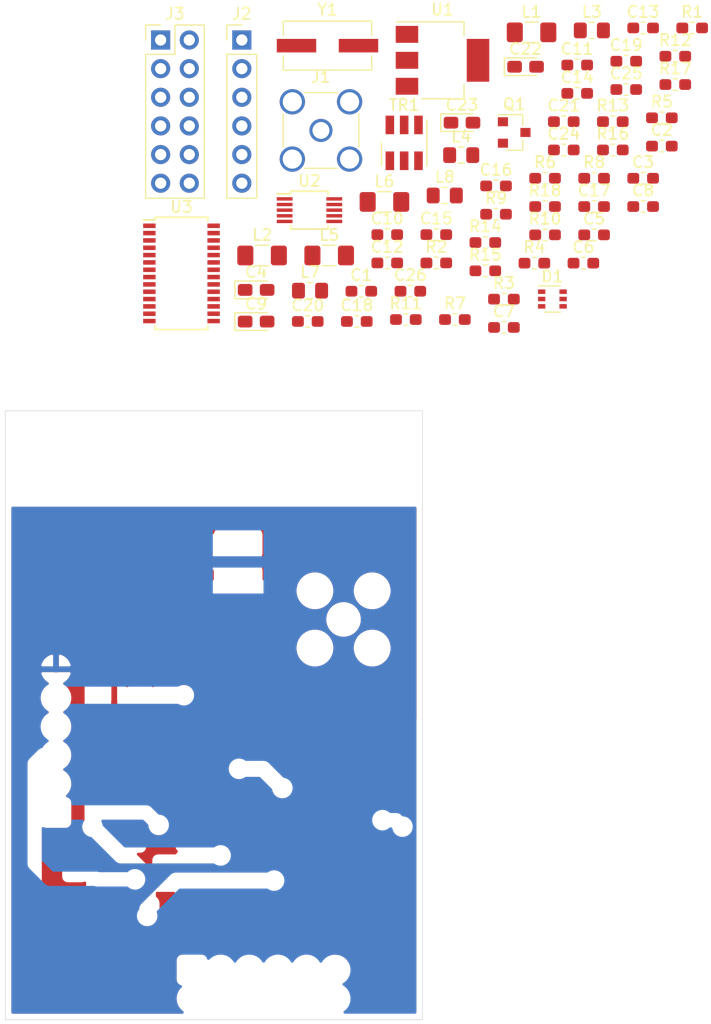
<source format=kicad_pcb>
(kicad_pcb (version 20171130) (host pcbnew 5.1.5+dfsg1-2build2)
  (layers (0 F.Cu signal) (31 B.Cu signal) (34 B.Paste user) (35 F.Paste user) (36 B.SilkS user) (37 F.SilkS user) (38 B.Mask user) (39 F.Mask user) (44 Edge.Cuts user))
  (net 0 "")
  (net 1 +5V)
  (net 2 GND)
  (net 3 "Net-(C3-Pad1)")
  (net 4 filterIn+)
  (net 5 filterIn-)
  (net 6 "Net-(C6-Pad1)")
  (net 7 "Net-(C6-Pad2)")
  (net 8 +3V3)
  (net 9 +3.3VA)
  (net 10 filterOut-)
  (net 11 filterOut+)
  (net 12 "Net-(C25-Pad1)")
  (net 13 "Net-(Q1-Pad1)")
  (net 14 SCL)
  (net 15 SDA)
  (net 16 CLK)
  (net 17 Spam)
  (net 18 PWDN)
  (net 19 OR)
  (net 20 D0)
  (net 21 D1)
  (net 22 D2)
  (net 23 D3)
  (net 24 D4)
  (net 25 D5)
  (net 26 D6)
  (net 27 D7)
  (net 28 D8)
  (net 29 D9)
  (net 30 "Net-(C7-Pad1)")
  (net 31 "Net-(C7-Pad2)")
  (net 32 "Net-(C8-Pad2)")
  (net 33 "Net-(C8-Pad1)")
  (net 34 "Net-(C9-Pad1)")
  (net 35 "Net-(C10-Pad1)")
  (net 36 "Net-(C10-Pad2)")
  (net 37 "Net-(C16-Pad2)")
  (net 38 "Net-(C19-Pad1)")
  (net 39 "Net-(C20-Pad1)")
  (net 40 "Net-(C21-Pad1)")
  (net 41 "Net-(R1-Pad1)")
  (net 42 "Net-(R2-Pad1)")
  (net 43 "Net-(R11-Pad1)")
  (net 44 "Net-(U2-Pad2)")
  (net 45 "Net-(U2-Pad3)")
  (net 46 "Net-(U2-Pad6)")
  (net 47 "Net-(U2-Pad9)")
  (net 48 "Net-(U3-Pad15)")
  (net 49 "Net-(U3-Pad16)")
  (net 50 "Net-(C2-Pad1)")
  (net 51 "Net-(R15-Pad2)")
  (module Crystal:Crystal_SMD_ECS_CSM3X-2Pin_7.6x4.1mm (layer F.Cu) (at 134.975001 66.312501)
    (fp_text reference Y1 (at 0 -3.2) (layer F.SilkS))
    (fp_text value 25MHZ)
    (fp_line (start 3.92 2.17) (end 3.92 0.9) (layer F.SilkS) (width 0.12))
    (fp_line (start -3.92 2.17) (end -3.92 0.9) (layer F.SilkS) (width 0.12))
    (fp_line (start -3.92 2.17) (end 3.92 2.17) (layer F.SilkS) (width 0.12))
    (fp_line (start 3.92 -2.17) (end 3.92 -0.9) (layer F.SilkS) (width 0.12))
    (fp_line (start -3.92 -2.17) (end -3.92 -0.9) (layer F.SilkS) (width 0.12))
    (fp_line (start -3.92 -2.17) (end 3.92 -2.17) (layer F.SilkS) (width 0.12))
    (pad 2 smd rect (at 2.75 0) (size 3.5 1.2) (layers F.Cu F.Paste F.Mask) (net 44 "Net-(U2-Pad2)"))
    (pad 1 smd rect (at -2.75 0) (size 3.5 1.2) (layers F.Cu F.Paste F.Mask) (net 45 "Net-(U2-Pad3)"))
  )
  (module Package_SO:TSSOP-28_4.4x9.7mm_P0.65mm (layer F.Cu) (at 122.025001 86.512501)
    (fp_text reference U3 (at 0 -5.9) (layer F.SilkS))
    (fp_text value AD9215BRUZ)
    (fp_line (start -2.325 -4.75) (end -3.4 -4.75) (layer F.SilkS) (width 0.15))
    (fp_line (start -2.325 4.975) (end 2.325 4.975) (layer F.SilkS) (width 0.15))
    (fp_line (start -2.325 -4.975) (end 2.325 -4.975) (layer F.SilkS) (width 0.15))
    (fp_line (start -2.325 4.975) (end -2.325 4.65) (layer F.SilkS) (width 0.15))
    (fp_line (start 2.325 4.975) (end 2.325 4.65) (layer F.SilkS) (width 0.15))
    (fp_line (start 2.325 -4.975) (end 2.325 -4.65) (layer F.SilkS) (width 0.15))
    (fp_line (start -2.325 -4.975) (end -2.325 -4.75) (layer F.SilkS) (width 0.15))
    (pad 28 smd rect (at 2.85 -4.225) (size 1.1 0.4) (layers F.Cu F.Paste F.Mask) (net 29 D9))
    (pad 27 smd rect (at 2.85 -3.575) (size 1.1 0.4) (layers F.Cu F.Paste F.Mask) (net 28 D8))
    (pad 26 smd rect (at 2.85 -2.925) (size 1.1 0.4) (layers F.Cu F.Paste F.Mask) (net 27 D7))
    (pad 25 smd rect (at 2.85 -2.275) (size 1.1 0.4) (layers F.Cu F.Paste F.Mask) (net 26 D6))
    (pad 24 smd rect (at 2.85 -1.625) (size 1.1 0.4) (layers F.Cu F.Paste F.Mask) (net 8 +3V3))
    (pad 23 smd rect (at 2.85 -0.975) (size 1.1 0.4) (layers F.Cu F.Paste F.Mask) (net 2 GND))
    (pad 22 smd rect (at 2.85 -0.325) (size 1.1 0.4) (layers F.Cu F.Paste F.Mask) (net 25 D5))
    (pad 21 smd rect (at 2.85 0.325) (size 1.1 0.4) (layers F.Cu F.Paste F.Mask) (net 24 D4))
    (pad 20 smd rect (at 2.85 0.975) (size 1.1 0.4) (layers F.Cu F.Paste F.Mask) (net 23 D3))
    (pad 19 smd rect (at 2.85 1.625) (size 1.1 0.4) (layers F.Cu F.Paste F.Mask) (net 22 D2))
    (pad 18 smd rect (at 2.85 2.275) (size 1.1 0.4) (layers F.Cu F.Paste F.Mask) (net 21 D1))
    (pad 17 smd rect (at 2.85 2.925) (size 1.1 0.4) (layers F.Cu F.Paste F.Mask) (net 20 D0))
    (pad 16 smd rect (at 2.85 3.575) (size 1.1 0.4) (layers F.Cu F.Paste F.Mask) (net 49 "Net-(U3-Pad16)"))
    (pad 15 smd rect (at 2.85 4.225) (size 1.1 0.4) (layers F.Cu F.Paste F.Mask) (net 48 "Net-(U3-Pad15)"))
    (pad 14 smd rect (at -2.85 4.225) (size 1.1 0.4) (layers F.Cu F.Paste F.Mask) (net 18 PWDN))
    (pad 13 smd rect (at -2.85 3.575) (size 1.1 0.4) (layers F.Cu F.Paste F.Mask) (net 16 CLK))
    (pad 12 smd rect (at -2.85 2.925) (size 1.1 0.4) (layers F.Cu F.Paste F.Mask) (net 9 +3.3VA))
    (pad 11 smd rect (at -2.85 2.275) (size 1.1 0.4) (layers F.Cu F.Paste F.Mask) (net 2 GND))
    (pad 10 smd rect (at -2.85 1.625) (size 1.1 0.4) (layers F.Cu F.Paste F.Mask) (net 10 filterOut-))
    (pad 9 smd rect (at -2.85 0.975) (size 1.1 0.4) (layers F.Cu F.Paste F.Mask) (net 11 filterOut+))
    (pad 8 smd rect (at -2.85 0.325) (size 1.1 0.4) (layers F.Cu F.Paste F.Mask) (net 2 GND))
    (pad 7 smd rect (at -2.85 -0.325) (size 1.1 0.4) (layers F.Cu F.Paste F.Mask) (net 9 +3.3VA))
    (pad 6 smd rect (at -2.85 -0.975) (size 1.1 0.4) (layers F.Cu F.Paste F.Mask) (net 39 "Net-(C20-Pad1)"))
    (pad 5 smd rect (at -2.85 -1.625) (size 1.1 0.4) (layers F.Cu F.Paste F.Mask) (net 38 "Net-(C19-Pad1)"))
    (pad 4 smd rect (at -2.85 -2.275) (size 1.1 0.4) (layers F.Cu F.Paste F.Mask) (net 12 "Net-(C25-Pad1)"))
    (pad 3 smd rect (at -2.85 -2.925) (size 1.1 0.4) (layers F.Cu F.Paste F.Mask) (net 40 "Net-(C21-Pad1)"))
    (pad 2 smd rect (at -2.85 -3.575) (size 1.1 0.4) (layers F.Cu F.Paste F.Mask) (net 2 GND))
    (pad 1 smd rect (at -2.85 -4.225) (size 1.1 0.4) (layers F.Cu F.Paste F.Mask) (net 19 OR))
  )
  (module Package_SO:MSOP-10_3x3mm_P0.5mm (layer F.Cu) (at 133.375001 80.902501)
    (fp_text reference U2 (at 0 -2.6) (layer F.SilkS))
    (fp_text value Si5351A-B-GT)
    (fp_line (start -1.675 -1.45) (end -2.9 -1.45) (layer F.SilkS) (width 0.15))
    (fp_line (start -1.675 1.675) (end 1.675 1.675) (layer F.SilkS) (width 0.15))
    (fp_line (start -1.675 -1.675) (end 1.675 -1.675) (layer F.SilkS) (width 0.15))
    (fp_line (start -1.675 1.675) (end -1.675 1.375) (layer F.SilkS) (width 0.15))
    (fp_line (start 1.675 1.675) (end 1.675 1.375) (layer F.SilkS) (width 0.15))
    (fp_line (start 1.675 -1.675) (end 1.675 -1.375) (layer F.SilkS) (width 0.15))
    (fp_line (start -1.675 -1.675) (end -1.675 -1.45) (layer F.SilkS) (width 0.15))
    (pad 10 smd rect (at 2.2 -1) (size 1.4 0.3) (layers F.Cu F.Paste F.Mask) (net 43 "Net-(R11-Pad1)"))
    (pad 9 smd rect (at 2.2 -0.5) (size 1.4 0.3) (layers F.Cu F.Paste F.Mask) (net 47 "Net-(U2-Pad9)"))
    (pad 8 smd rect (at 2.2 0) (size 1.4 0.3) (layers F.Cu F.Paste F.Mask) (net 2 GND))
    (pad 7 smd rect (at 2.2 0.5) (size 1.4 0.3) (layers F.Cu F.Paste F.Mask) (net 9 +3.3VA))
    (pad 6 smd rect (at 2.2 1) (size 1.4 0.3) (layers F.Cu F.Paste F.Mask) (net 46 "Net-(U2-Pad6)"))
    (pad 5 smd rect (at -2.2 1) (size 1.4 0.3) (layers F.Cu F.Paste F.Mask) (net 15 SDA))
    (pad 4 smd rect (at -2.2 0.5) (size 1.4 0.3) (layers F.Cu F.Paste F.Mask) (net 14 SCL))
    (pad 3 smd rect (at -2.2 0) (size 1.4 0.3) (layers F.Cu F.Paste F.Mask) (net 45 "Net-(U2-Pad3)"))
    (pad 2 smd rect (at -2.2 -0.5) (size 1.4 0.3) (layers F.Cu F.Paste F.Mask) (net 44 "Net-(U2-Pad2)"))
    (pad 1 smd rect (at -2.2 -1) (size 1.4 0.3) (layers F.Cu F.Paste F.Mask) (net 8 +3V3))
  )
  (module Package_TO_SOT_SMD:SOT-223-3_TabPin2 (layer F.Cu) (at 145.175001 67.612501)
    (fp_text reference U1 (at 0 -4.5) (layer F.SilkS))
    (fp_text value NCP1117-3.3_SOT223)
    (fp_line (start -4.1 -3.41) (end 1.91 -3.41) (layer F.SilkS) (width 0.12))
    (fp_line (start -1.85 3.41) (end 1.91 3.41) (layer F.SilkS) (width 0.12))
    (fp_line (start 1.91 -3.41) (end 1.91 -2.15) (layer F.SilkS) (width 0.12))
    (fp_line (start 1.91 3.41) (end 1.91 2.15) (layer F.SilkS) (width 0.12))
    (pad 1 smd rect (at -3.15 -2.3) (size 2 1.5) (layers F.Cu F.Paste F.Mask) (net 2 GND))
    (pad 3 smd rect (at -3.15 2.3) (size 2 1.5) (layers F.Cu F.Paste F.Mask) (net 1 +5V))
    (pad 2 smd rect (at -3.15 0) (size 2 1.5) (layers F.Cu F.Paste F.Mask) (net 34 "Net-(C9-Pad1)"))
    (pad 2 smd rect (at 3.15 0) (size 2 3.8) (layers F.Cu F.Paste F.Mask) (net 34 "Net-(C9-Pad1)"))
  )
  (module RF_Mini-Circuits:Mini-Circuits_DB1627 (layer F.Cu) (at 141.775001 74.932501)
    (fp_text reference TR1 (at 0 -3.35) (layer F.SilkS))
    (fp_text value MABA-011038)
    (fp_line (start 2.015 -2.03) (end 2.015 2.03) (layer F.SilkS) (width 0.12))
    (fp_line (start -2.015 0) (end -2.015 2.03) (layer F.SilkS) (width 0.12))
    (pad 6 smd rect (at -1.27 1.59) (size 0.76 1.65) (layers F.Cu F.Paste F.Mask) (net 42 "Net-(R2-Pad1)"))
    (pad 5 smd rect (at 0 1.59) (size 0.76 1.65) (layers F.Cu F.Paste F.Mask) (net 37 "Net-(C16-Pad2)"))
    (pad 4 smd rect (at 1.27 1.59) (size 0.76 1.65) (layers F.Cu F.Paste F.Mask) (net 41 "Net-(R1-Pad1)"))
    (pad 3 smd rect (at 1.27 -1.59) (size 0.76 1.65) (layers F.Cu F.Paste F.Mask) (net 6 "Net-(C6-Pad1)"))
    (pad 2 smd rect (at 0 -1.59) (size 0.76 1.65) (layers F.Cu F.Paste F.Mask))
    (pad 1 smd rect (at -1.27 -1.59) (size 0.76 1.65) (layers F.Cu F.Paste F.Mask) (net 30 "Net-(C7-Pad1)"))
  )
  (module Resistor_SMD:R_0603_1608Metric_Pad1.05x0.95mm_HandSolder (layer F.Cu) (at 154.275001 80.582501)
    (fp_text reference R18 (at 0 -1.43) (layer F.SilkS))
    (fp_text value 10K)
    (fp_line (start -0.171267 0.51) (end 0.171267 0.51) (layer F.SilkS) (width 0.12))
    (fp_line (start -0.171267 -0.51) (end 0.171267 -0.51) (layer F.SilkS) (width 0.12))
    (pad 2 smd roundrect (at 0.875 0) (size 1.05 0.95) (layers F.Cu F.Paste F.Mask) (net 2 GND))
    (pad 1 smd roundrect (at -0.875 0) (size 1.05 0.95) (layers F.Cu F.Paste F.Mask) (net 18 PWDN))
  )
  (module Resistor_SMD:R_0603_1608Metric_Pad1.05x0.95mm_HandSolder (layer F.Cu) (at 165.825001 69.762501)
    (fp_text reference R17 (at 0 -1.43) (layer F.SilkS))
    (fp_text value 10K)
    (fp_line (start -0.171267 0.51) (end 0.171267 0.51) (layer F.SilkS) (width 0.12))
    (fp_line (start -0.171267 -0.51) (end 0.171267 -0.51) (layer F.SilkS) (width 0.12))
    (pad 2 smd roundrect (at 0.875 0) (size 1.05 0.95) (layers F.Cu F.Paste F.Mask) (net 2 GND))
    (pad 1 smd roundrect (at -0.875 0) (size 1.05 0.95) (layers F.Cu F.Paste F.Mask) (net 12 "Net-(C25-Pad1)"))
  )
  (module Resistor_SMD:R_0603_1608Metric_Pad1.05x0.95mm_HandSolder (layer F.Cu) (at 160.285001 75.562501)
    (fp_text reference R16 (at 0 -1.43) (layer F.SilkS))
    (fp_text value 10K)
    (fp_line (start -0.171267 0.51) (end 0.171267 0.51) (layer F.SilkS) (width 0.12))
    (fp_line (start -0.171267 -0.51) (end 0.171267 -0.51) (layer F.SilkS) (width 0.12))
    (pad 2 smd roundrect (at 0.875 0) (size 1.05 0.95) (layers F.Cu F.Paste F.Mask) (net 12 "Net-(C25-Pad1)"))
    (pad 1 smd roundrect (at -0.875 0) (size 1.05 0.95) (layers F.Cu F.Paste F.Mask) (net 51 "Net-(R15-Pad2)"))
  )
  (module Resistor_SMD:R_0603_1608Metric_Pad1.05x0.95mm_HandSolder (layer F.Cu) (at 148.975001 86.282501)
    (fp_text reference R15 (at 0 -1.43) (layer F.SilkS))
    (fp_text value 10K)
    (fp_line (start -0.171267 0.51) (end 0.171267 0.51) (layer F.SilkS) (width 0.12))
    (fp_line (start -0.171267 -0.51) (end 0.171267 -0.51) (layer F.SilkS) (width 0.12))
    (pad 2 smd roundrect (at 0.875 0) (size 1.05 0.95) (layers F.Cu F.Paste F.Mask) (net 51 "Net-(R15-Pad2)"))
    (pad 1 smd roundrect (at -0.875 0) (size 1.05 0.95) (layers F.Cu F.Paste F.Mask) (net 9 +3.3VA))
  )
  (module Resistor_SMD:R_0603_1608Metric_Pad1.05x0.95mm_HandSolder (layer F.Cu) (at 148.975001 83.772501)
    (fp_text reference R14 (at 0 -1.43) (layer F.SilkS))
    (fp_text value 1K)
    (fp_line (start -0.171267 0.51) (end 0.171267 0.51) (layer F.SilkS) (width 0.12))
    (fp_line (start -0.171267 -0.51) (end 0.171267 -0.51) (layer F.SilkS) (width 0.12))
    (pad 2 smd roundrect (at 0.875 0) (size 1.05 0.95) (layers F.Cu F.Paste F.Mask) (net 2 GND))
    (pad 1 smd roundrect (at -0.875 0) (size 1.05 0.95) (layers F.Cu F.Paste F.Mask) (net 40 "Net-(C21-Pad1)"))
  )
  (module Resistor_SMD:R_0603_1608Metric_Pad1.05x0.95mm_HandSolder (layer F.Cu) (at 160.285001 73.052501)
    (fp_text reference R13 (at 0 -1.43) (layer F.SilkS))
    (fp_text value 10K)
    (fp_line (start -0.171267 0.51) (end 0.171267 0.51) (layer F.SilkS) (width 0.12))
    (fp_line (start -0.171267 -0.51) (end 0.171267 -0.51) (layer F.SilkS) (width 0.12))
    (pad 2 smd roundrect (at 0.875 0) (size 1.05 0.95) (layers F.Cu F.Paste F.Mask) (net 13 "Net-(Q1-Pad1)"))
    (pad 1 smd roundrect (at -0.875 0) (size 1.05 0.95) (layers F.Cu F.Paste F.Mask) (net 17 Spam))
  )
  (module Resistor_SMD:R_0603_1608Metric_Pad1.05x0.95mm_HandSolder (layer F.Cu) (at 165.825001 67.252501)
    (fp_text reference R12 (at 0 -1.43) (layer F.SilkS))
    (fp_text value 330K)
    (fp_line (start -0.171267 0.51) (end 0.171267 0.51) (layer F.SilkS) (width 0.12))
    (fp_line (start -0.171267 -0.51) (end 0.171267 -0.51) (layer F.SilkS) (width 0.12))
    (pad 2 smd roundrect (at 0.875 0) (size 1.05 0.95) (layers F.Cu F.Paste F.Mask) (net 2 GND))
    (pad 1 smd roundrect (at -0.875 0) (size 1.05 0.95) (layers F.Cu F.Paste F.Mask) (net 17 Spam))
  )
  (module Resistor_SMD:R_0603_1608Metric_Pad1.05x0.95mm_HandSolder (layer F.Cu) (at 141.925001 90.602501)
    (fp_text reference R11 (at 0 -1.43) (layer F.SilkS))
    (fp_text value 0R)
    (fp_line (start -0.171267 0.51) (end 0.171267 0.51) (layer F.SilkS) (width 0.12))
    (fp_line (start -0.171267 -0.51) (end 0.171267 -0.51) (layer F.SilkS) (width 0.12))
    (pad 2 smd roundrect (at 0.875 0) (size 1.05 0.95) (layers F.Cu F.Paste F.Mask) (net 16 CLK))
    (pad 1 smd roundrect (at -0.875 0) (size 1.05 0.95) (layers F.Cu F.Paste F.Mask) (net 43 "Net-(R11-Pad1)"))
  )
  (module Resistor_SMD:R_0603_1608Metric_Pad1.05x0.95mm_HandSolder (layer F.Cu) (at 154.275001 83.092501)
    (fp_text reference R10 (at 0 -1.43) (layer F.SilkS))
    (fp_text value 10K)
    (fp_line (start -0.171267 0.51) (end 0.171267 0.51) (layer F.SilkS) (width 0.12))
    (fp_line (start -0.171267 -0.51) (end 0.171267 -0.51) (layer F.SilkS) (width 0.12))
    (pad 2 smd roundrect (at 0.875 0) (size 1.05 0.95) (layers F.Cu F.Paste F.Mask) (net 8 +3V3))
    (pad 1 smd roundrect (at -0.875 0) (size 1.05 0.95) (layers F.Cu F.Paste F.Mask) (net 15 SDA))
  )
  (module Resistor_SMD:R_0603_1608Metric_Pad1.05x0.95mm_HandSolder (layer F.Cu) (at 149.925001 81.262501)
    (fp_text reference R9 (at 0 -1.43) (layer F.SilkS))
    (fp_text value 10K)
    (fp_line (start -0.171267 0.51) (end 0.171267 0.51) (layer F.SilkS) (width 0.12))
    (fp_line (start -0.171267 -0.51) (end 0.171267 -0.51) (layer F.SilkS) (width 0.12))
    (pad 2 smd roundrect (at 0.875 0) (size 1.05 0.95) (layers F.Cu F.Paste F.Mask) (net 8 +3V3))
    (pad 1 smd roundrect (at -0.875 0) (size 1.05 0.95) (layers F.Cu F.Paste F.Mask) (net 14 SCL))
  )
  (module Resistor_SMD:R_0603_1608Metric_Pad1.05x0.95mm_HandSolder (layer F.Cu) (at 158.625001 78.072501)
    (fp_text reference R8 (at 0 -1.43) (layer F.SilkS))
    (fp_text value 1K)
    (fp_line (start -0.171267 0.51) (end 0.171267 0.51) (layer F.SilkS) (width 0.12))
    (fp_line (start -0.171267 -0.51) (end 0.171267 -0.51) (layer F.SilkS) (width 0.12))
    (pad 2 smd roundrect (at 0.875 0) (size 1.05 0.95) (layers F.Cu F.Paste F.Mask) (net 9 +3.3VA))
    (pad 1 smd roundrect (at -0.875 0) (size 1.05 0.95) (layers F.Cu F.Paste F.Mask) (net 10 filterOut-))
  )
  (module Resistor_SMD:R_0603_1608Metric_Pad1.05x0.95mm_HandSolder (layer F.Cu) (at 146.275001 90.602501)
    (fp_text reference R7 (at 0 -1.43) (layer F.SilkS))
    (fp_text value 1K)
    (fp_line (start -0.171267 0.51) (end 0.171267 0.51) (layer F.SilkS) (width 0.12))
    (fp_line (start -0.171267 -0.51) (end 0.171267 -0.51) (layer F.SilkS) (width 0.12))
    (pad 2 smd roundrect (at 0.875 0) (size 1.05 0.95) (layers F.Cu F.Paste F.Mask) (net 2 GND))
    (pad 1 smd roundrect (at -0.875 0) (size 1.05 0.95) (layers F.Cu F.Paste F.Mask) (net 10 filterOut-))
  )
  (module Resistor_SMD:R_0603_1608Metric_Pad1.05x0.95mm_HandSolder (layer F.Cu) (at 154.275001 78.072501)
    (fp_text reference R6 (at 0 -1.43) (layer F.SilkS))
    (fp_text value 1K)
    (fp_line (start -0.171267 0.51) (end 0.171267 0.51) (layer F.SilkS) (width 0.12))
    (fp_line (start -0.171267 -0.51) (end 0.171267 -0.51) (layer F.SilkS) (width 0.12))
    (pad 2 smd roundrect (at 0.875 0) (size 1.05 0.95) (layers F.Cu F.Paste F.Mask) (net 11 filterOut+))
    (pad 1 smd roundrect (at -0.875 0) (size 1.05 0.95) (layers F.Cu F.Paste F.Mask) (net 2 GND))
  )
  (module Resistor_SMD:R_0603_1608Metric_Pad1.05x0.95mm_HandSolder (layer F.Cu) (at 164.635001 72.712501)
    (fp_text reference R5 (at 0 -1.43) (layer F.SilkS))
    (fp_text value 1K)
    (fp_line (start -0.171267 0.51) (end 0.171267 0.51) (layer F.SilkS) (width 0.12))
    (fp_line (start -0.171267 -0.51) (end 0.171267 -0.51) (layer F.SilkS) (width 0.12))
    (pad 2 smd roundrect (at 0.875 0) (size 1.05 0.95) (layers F.Cu F.Paste F.Mask) (net 11 filterOut+))
    (pad 1 smd roundrect (at -0.875 0) (size 1.05 0.95) (layers F.Cu F.Paste F.Mask) (net 9 +3.3VA))
  )
  (module Resistor_SMD:R_0603_1608Metric_Pad1.05x0.95mm_HandSolder (layer F.Cu) (at 153.325001 85.602501)
    (fp_text reference R4 (at 0 -1.43) (layer F.SilkS))
    (fp_text value 1K)
    (fp_line (start -0.171267 0.51) (end 0.171267 0.51) (layer F.SilkS) (width 0.12))
    (fp_line (start -0.171267 -0.51) (end 0.171267 -0.51) (layer F.SilkS) (width 0.12))
    (pad 2 smd roundrect (at 0.875 0) (size 1.05 0.95) (layers F.Cu F.Paste F.Mask) (net 37 "Net-(C16-Pad2)"))
    (pad 1 smd roundrect (at -0.875 0) (size 1.05 0.95) (layers F.Cu F.Paste F.Mask) (net 2 GND))
  )
  (module Resistor_SMD:R_0603_1608Metric_Pad1.05x0.95mm_HandSolder (layer F.Cu) (at 150.625001 88.792501)
    (fp_text reference R3 (at 0 -1.43) (layer F.SilkS))
    (fp_text value 1K)
    (fp_line (start -0.171267 0.51) (end 0.171267 0.51) (layer F.SilkS) (width 0.12))
    (fp_line (start -0.171267 -0.51) (end 0.171267 -0.51) (layer F.SilkS) (width 0.12))
    (pad 2 smd roundrect (at 0.875 0) (size 1.05 0.95) (layers F.Cu F.Paste F.Mask) (net 9 +3.3VA))
    (pad 1 smd roundrect (at -0.875 0) (size 1.05 0.95) (layers F.Cu F.Paste F.Mask) (net 37 "Net-(C16-Pad2)"))
  )
  (module Resistor_SMD:R_0603_1608Metric_Pad1.05x0.95mm_HandSolder (layer F.Cu) (at 144.625001 85.582501)
    (fp_text reference R2 (at 0 -1.43) (layer F.SilkS))
    (fp_text value 0R)
    (fp_line (start -0.171267 0.51) (end 0.171267 0.51) (layer F.SilkS) (width 0.12))
    (fp_line (start -0.171267 -0.51) (end 0.171267 -0.51) (layer F.SilkS) (width 0.12))
    (pad 2 smd roundrect (at 0.875 0) (size 1.05 0.95) (layers F.Cu F.Paste F.Mask) (net 5 filterIn-))
    (pad 1 smd roundrect (at -0.875 0) (size 1.05 0.95) (layers F.Cu F.Paste F.Mask) (net 42 "Net-(R2-Pad1)"))
  )
  (module Resistor_SMD:R_0603_1608Metric_Pad1.05x0.95mm_HandSolder (layer F.Cu) (at 167.325001 64.742501)
    (fp_text reference R1 (at 0 -1.43) (layer F.SilkS))
    (fp_text value 0R)
    (fp_line (start -0.171267 0.51) (end 0.171267 0.51) (layer F.SilkS) (width 0.12))
    (fp_line (start -0.171267 -0.51) (end 0.171267 -0.51) (layer F.SilkS) (width 0.12))
    (pad 2 smd roundrect (at 0.875 0) (size 1.05 0.95) (layers F.Cu F.Paste F.Mask) (net 4 filterIn+))
    (pad 1 smd roundrect (at -0.875 0) (size 1.05 0.95) (layers F.Cu F.Paste F.Mask) (net 41 "Net-(R1-Pad1)"))
  )
  (module Package_TO_SOT_SMD:SOT-23 (layer F.Cu) (at 151.535001 74.012501)
    (fp_text reference Q1 (at 0 -2.5) (layer F.SilkS))
    (fp_text value 2N7002)
    (fp_line (start 0.76 1.58) (end -0.7 1.58) (layer F.SilkS) (width 0.12))
    (fp_line (start 0.76 -1.58) (end -1.4 -1.58) (layer F.SilkS) (width 0.12))
    (fp_line (start 0.76 -1.58) (end 0.76 -0.65) (layer F.SilkS) (width 0.12))
    (fp_line (start 0.76 1.58) (end 0.76 0.65) (layer F.SilkS) (width 0.12))
    (pad 3 smd rect (at 1 0) (size 0.9 0.8) (layers F.Cu F.Paste F.Mask) (net 2 GND))
    (pad 2 smd rect (at -1 0.95) (size 0.9 0.8) (layers F.Cu F.Paste F.Mask) (net 2 GND))
    (pad 1 smd rect (at -1 -0.95) (size 0.9 0.8) (layers F.Cu F.Paste F.Mask) (net 13 "Net-(Q1-Pad1)"))
  )
  (module Inductor_SMD:L_0805_2012Metric_Pad1.15x1.40mm_HandSolder (layer F.Cu) (at 145.375001 79.602501)
    (fp_text reference L8 (at 0 -1.65) (layer F.SilkS))
    (fp_text value 455nH)
    (fp_line (start -0.261252 0.71) (end 0.261252 0.71) (layer F.SilkS) (width 0.12))
    (fp_line (start -0.261252 -0.71) (end 0.261252 -0.71) (layer F.SilkS) (width 0.12))
    (pad 2 smd roundrect (at 1.025 0) (size 1.15 1.4) (layers F.Cu F.Paste F.Mask) (roundrect_rratio 0.217391) (net 10 filterOut-))
    (pad 1 smd roundrect (at -1.025 0) (size 1.15 1.4) (layers F.Cu F.Paste F.Mask) (roundrect_rratio 0.217391) (net 36 "Net-(C10-Pad2)"))
  )
  (module Inductor_SMD:L_0805_2012Metric_Pad1.15x1.40mm_HandSolder (layer F.Cu) (at 133.425001 88.042501)
    (fp_text reference L7 (at 0 -1.65) (layer F.SilkS))
    (fp_text value 455nH)
    (fp_line (start -0.261252 0.71) (end 0.261252 0.71) (layer F.SilkS) (width 0.12))
    (fp_line (start -0.261252 -0.71) (end 0.261252 -0.71) (layer F.SilkS) (width 0.12))
    (pad 2 smd roundrect (at 1.025 0) (size 1.15 1.4) (layers F.Cu F.Paste F.Mask) (roundrect_rratio 0.217391) (net 11 filterOut+))
    (pad 1 smd roundrect (at -1.025 0) (size 1.15 1.4) (layers F.Cu F.Paste F.Mask) (roundrect_rratio 0.217391) (net 35 "Net-(C10-Pad1)"))
  )
  (module Capacitor_SMD:C_1206_3216Metric_Pad1.42x1.75mm_HandSolder (layer F.Cu) (at 140.025001 80.172501)
    (fp_text reference L6 (at 0 -1.82) (layer F.SilkS))
    (fp_text value 74279213)
    (fp_line (start -0.602064 0.91) (end 0.602064 0.91) (layer F.SilkS) (width 0.12))
    (fp_line (start -0.602064 -0.91) (end 0.602064 -0.91) (layer F.SilkS) (width 0.12))
    (pad 2 smd roundrect (at 1.4875 0) (size 1.425 1.75) (layers F.Cu F.Paste F.Mask) (roundrect_rratio 0.175439) (net 9 +3.3VA))
    (pad 1 smd roundrect (at -1.4875 0) (size 1.425 1.75) (layers F.Cu F.Paste F.Mask) (roundrect_rratio 0.175439) (net 34 "Net-(C9-Pad1)"))
  )
  (module Capacitor_SMD:C_1206_3216Metric_Pad1.42x1.75mm_HandSolder (layer F.Cu) (at 135.125001 84.922501)
    (fp_text reference L5 (at 0 -1.82) (layer F.SilkS))
    (fp_text value 74279213)
    (fp_line (start -0.602064 0.91) (end 0.602064 0.91) (layer F.SilkS) (width 0.12))
    (fp_line (start -0.602064 -0.91) (end 0.602064 -0.91) (layer F.SilkS) (width 0.12))
    (pad 2 smd roundrect (at 1.4875 0) (size 1.425 1.75) (layers F.Cu F.Paste F.Mask) (roundrect_rratio 0.175439) (net 34 "Net-(C9-Pad1)"))
    (pad 1 smd roundrect (at -1.4875 0) (size 1.425 1.75) (layers F.Cu F.Paste F.Mask) (roundrect_rratio 0.175439) (net 8 +3V3))
  )
  (module Inductor_SMD:L_0805_2012Metric_Pad1.15x1.40mm_HandSolder (layer F.Cu) (at 146.835001 76.022501)
    (fp_text reference L4 (at 0 -1.65) (layer F.SilkS))
    (fp_text value 455nH)
    (fp_line (start -0.261252 0.71) (end 0.261252 0.71) (layer F.SilkS) (width 0.12))
    (fp_line (start -0.261252 -0.71) (end 0.261252 -0.71) (layer F.SilkS) (width 0.12))
    (pad 2 smd roundrect (at 1.025 0) (size 1.15 1.4) (layers F.Cu F.Paste F.Mask) (roundrect_rratio 0.217391) (net 36 "Net-(C10-Pad2)"))
    (pad 1 smd roundrect (at -1.025 0) (size 1.15 1.4) (layers F.Cu F.Paste F.Mask) (roundrect_rratio 0.217391) (net 32 "Net-(C8-Pad2)"))
  )
  (module Inductor_SMD:L_0805_2012Metric_Pad1.15x1.40mm_HandSolder (layer F.Cu) (at 158.425001 64.962501)
    (fp_text reference L3 (at 0 -1.65) (layer F.SilkS))
    (fp_text value 455nH)
    (fp_line (start -0.261252 0.71) (end 0.261252 0.71) (layer F.SilkS) (width 0.12))
    (fp_line (start -0.261252 -0.71) (end 0.261252 -0.71) (layer F.SilkS) (width 0.12))
    (pad 2 smd roundrect (at 1.025 0) (size 1.15 1.4) (layers F.Cu F.Paste F.Mask) (roundrect_rratio 0.217391) (net 35 "Net-(C10-Pad1)"))
    (pad 1 smd roundrect (at -1.025 0) (size 1.15 1.4) (layers F.Cu F.Paste F.Mask) (roundrect_rratio 0.217391) (net 33 "Net-(C8-Pad1)"))
  )
  (module Inductor_SMD:L_1206_3216Metric_Pad1.42x1.75mm_HandSolder (layer F.Cu) (at 129.175001 84.922501)
    (fp_text reference L2 (at 0 -1.82) (layer F.SilkS))
    (fp_text value 330nH)
    (fp_line (start -0.602064 0.91) (end 0.602064 0.91) (layer F.SilkS) (width 0.12))
    (fp_line (start -0.602064 -0.91) (end 0.602064 -0.91) (layer F.SilkS) (width 0.12))
    (pad 2 smd roundrect (at 1.4875 0) (size 1.425 1.75) (layers F.Cu F.Paste F.Mask) (roundrect_rratio 0.175439) (net 32 "Net-(C8-Pad2)"))
    (pad 1 smd roundrect (at -1.4875 0) (size 1.425 1.75) (layers F.Cu F.Paste F.Mask) (roundrect_rratio 0.175439) (net 3 "Net-(C3-Pad1)"))
  )
  (module Inductor_SMD:L_1206_3216Metric_Pad1.42x1.75mm_HandSolder (layer F.Cu) (at 153.075001 65.132501)
    (fp_text reference L1 (at 0 -1.82) (layer F.SilkS))
    (fp_text value 330nH)
    (fp_line (start -0.602064 0.91) (end 0.602064 0.91) (layer F.SilkS) (width 0.12))
    (fp_line (start -0.602064 -0.91) (end 0.602064 -0.91) (layer F.SilkS) (width 0.12))
    (pad 2 smd roundrect (at 1.4875 0) (size 1.425 1.75) (layers F.Cu F.Paste F.Mask) (roundrect_rratio 0.175439) (net 33 "Net-(C8-Pad1)"))
    (pad 1 smd roundrect (at -1.4875 0) (size 1.425 1.75) (layers F.Cu F.Paste F.Mask) (roundrect_rratio 0.175439) (net 50 "Net-(C2-Pad1)"))
  )
  (module Connector_PinHeader_2.54mm:PinHeader_2x06_P2.54mm_Vertical (layer F.Cu) (at 120.175001 65.812501)
    (fp_text reference J3 (at 1.27 -2.33) (layer F.SilkS))
    (fp_text value Conn_02x06_Odd_Even)
    (fp_line (start -1.33 -1.33) (end 0 -1.33) (layer F.SilkS) (width 0.12))
    (fp_line (start -1.33 0) (end -1.33 -1.33) (layer F.SilkS) (width 0.12))
    (fp_line (start 1.27 -1.33) (end 3.87 -1.33) (layer F.SilkS) (width 0.12))
    (fp_line (start 1.27 1.27) (end 1.27 -1.33) (layer F.SilkS) (width 0.12))
    (fp_line (start -1.33 1.27) (end 1.27 1.27) (layer F.SilkS) (width 0.12))
    (fp_line (start 3.87 -1.33) (end 3.87 14.03) (layer F.SilkS) (width 0.12))
    (fp_line (start -1.33 1.27) (end -1.33 14.03) (layer F.SilkS) (width 0.12))
    (fp_line (start -1.33 14.03) (end 3.87 14.03) (layer F.SilkS) (width 0.12))
    (pad 12 thru_hole oval (at 2.54 12.7) (size 1.7 1.7) (drill 1) (layers *.Cu *.Mask) (net 17 Spam))
    (pad 11 thru_hole oval (at 0 12.7) (size 1.7 1.7) (drill 1) (layers *.Cu *.Mask) (net 19 OR))
    (pad 10 thru_hole oval (at 2.54 10.16) (size 1.7 1.7) (drill 1) (layers *.Cu *.Mask) (net 29 D9))
    (pad 9 thru_hole oval (at 0 10.16) (size 1.7 1.7) (drill 1) (layers *.Cu *.Mask) (net 28 D8))
    (pad 8 thru_hole oval (at 2.54 7.62) (size 1.7 1.7) (drill 1) (layers *.Cu *.Mask) (net 27 D7))
    (pad 7 thru_hole oval (at 0 7.62) (size 1.7 1.7) (drill 1) (layers *.Cu *.Mask) (net 26 D6))
    (pad 6 thru_hole oval (at 2.54 5.08) (size 1.7 1.7) (drill 1) (layers *.Cu *.Mask) (net 25 D5))
    (pad 5 thru_hole oval (at 0 5.08) (size 1.7 1.7) (drill 1) (layers *.Cu *.Mask) (net 24 D4))
    (pad 4 thru_hole oval (at 2.54 2.54) (size 1.7 1.7) (drill 1) (layers *.Cu *.Mask) (net 23 D3))
    (pad 3 thru_hole oval (at 0 2.54) (size 1.7 1.7) (drill 1) (layers *.Cu *.Mask) (net 22 D2))
    (pad 2 thru_hole oval (at 2.54 0) (size 1.7 1.7) (drill 1) (layers *.Cu *.Mask) (net 21 D1))
    (pad 1 thru_hole rect (at 0 0) (size 1.7 1.7) (drill 1) (layers *.Cu *.Mask) (net 20 D0))
  )
  (module Connector_PinHeader_2.54mm:PinHeader_1x06_P2.54mm_Vertical (layer F.Cu) (at 127.375001 65.812501)
    (fp_text reference J2 (at 0 -2.33) (layer F.SilkS))
    (fp_text value Conn_01x06)
    (fp_line (start -1.33 -1.33) (end 0 -1.33) (layer F.SilkS) (width 0.12))
    (fp_line (start -1.33 0) (end -1.33 -1.33) (layer F.SilkS) (width 0.12))
    (fp_line (start -1.33 1.27) (end 1.33 1.27) (layer F.SilkS) (width 0.12))
    (fp_line (start 1.33 1.27) (end 1.33 14.03) (layer F.SilkS) (width 0.12))
    (fp_line (start -1.33 1.27) (end -1.33 14.03) (layer F.SilkS) (width 0.12))
    (fp_line (start -1.33 14.03) (end 1.33 14.03) (layer F.SilkS) (width 0.12))
    (pad 6 thru_hole oval (at 0 12.7) (size 1.7 1.7) (drill 1) (layers *.Cu *.Mask) (net 2 GND))
    (pad 5 thru_hole oval (at 0 10.16) (size 1.7 1.7) (drill 1) (layers *.Cu *.Mask) (net 1 +5V))
    (pad 4 thru_hole oval (at 0 7.62) (size 1.7 1.7) (drill 1) (layers *.Cu *.Mask) (net 16 CLK))
    (pad 3 thru_hole oval (at 0 5.08) (size 1.7 1.7) (drill 1) (layers *.Cu *.Mask) (net 14 SCL))
    (pad 2 thru_hole oval (at 0 2.54) (size 1.7 1.7) (drill 1) (layers *.Cu *.Mask) (net 15 SDA))
    (pad 1 thru_hole rect (at 0 0) (size 1.7 1.7) (drill 1) (layers *.Cu *.Mask) (net 18 PWDN))
  )
  (module Connector_Coaxial:SMA_Amphenol_901-144_Vertical (layer F.Cu) (at 134.395001 73.832501)
    (fp_text reference J1 (at 0 -4.75) (layer F.SilkS))
    (fp_text value "SMA CONNECTOR")
    (fp_line (start -1.45 -3.355) (end 1.45 -3.355) (layer F.SilkS) (width 0.12))
    (fp_line (start -1.45 3.355) (end 1.45 3.355) (layer F.SilkS) (width 0.12))
    (fp_line (start 3.355 -1.45) (end 3.355 1.45) (layer F.SilkS) (width 0.12))
    (fp_line (start -3.355 -1.45) (end -3.355 1.45) (layer F.SilkS) (width 0.12))
    (pad 2 thru_hole circle (at -2.54 2.54) (size 2.25 2.25) (drill 1.7) (layers *.Cu *.Mask) (net 31 "Net-(C7-Pad2)"))
    (pad 2 thru_hole circle (at -2.54 -2.54) (size 2.25 2.25) (drill 1.7) (layers *.Cu *.Mask) (net 31 "Net-(C7-Pad2)"))
    (pad 2 thru_hole circle (at 2.54 -2.54) (size 2.25 2.25) (drill 1.7) (layers *.Cu *.Mask) (net 31 "Net-(C7-Pad2)"))
    (pad 2 thru_hole circle (at 2.54 2.54) (size 2.25 2.25) (drill 1.7) (layers *.Cu *.Mask) (net 31 "Net-(C7-Pad2)"))
    (pad 1 thru_hole circle (at 0 0) (size 2.05 2.05) (drill 1.5) (layers *.Cu *.Mask) (net 7 "Net-(C6-Pad2)"))
  )
  (module Package_TO_SOT_SMD:SOT-363_SC-70-6 (layer F.Cu) (at 154.925001 88.782501)
    (fp_text reference D1 (at 0 -2) (layer F.SilkS))
    (fp_text value BAV99S)
    (fp_line (start -0.7 1.16) (end 0.7 1.16) (layer F.SilkS) (width 0.12))
    (fp_line (start 0.7 -1.16) (end -1.2 -1.16) (layer F.SilkS) (width 0.12))
    (pad 6 smd rect (at 0.95 -0.65) (size 0.65 0.4) (layers F.Cu F.Paste F.Mask) (net 11 filterOut+))
    (pad 4 smd rect (at 0.95 0.65) (size 0.65 0.4) (layers F.Cu F.Paste F.Mask) (net 2 GND))
    (pad 2 smd rect (at -0.95 0) (size 0.65 0.4) (layers F.Cu F.Paste F.Mask) (net 9 +3.3VA))
    (pad 5 smd rect (at 0.95 0) (size 0.65 0.4) (layers F.Cu F.Paste F.Mask) (net 9 +3.3VA))
    (pad 3 smd rect (at -0.95 0.65) (size 0.65 0.4) (layers F.Cu F.Paste F.Mask) (net 10 filterOut-))
    (pad 1 smd rect (at -0.95 -0.65) (size 0.65 0.4) (layers F.Cu F.Paste F.Mask) (net 2 GND))
  )
  (module Capacitor_SMD:C_0603_1608Metric_Pad1.05x0.95mm_HandSolder (layer F.Cu) (at 142.325001 88.092501)
    (fp_text reference C26 (at 0 -1.43) (layer F.SilkS))
    (fp_text value 100nF)
    (fp_line (start -0.171267 0.51) (end 0.171267 0.51) (layer F.SilkS) (width 0.12))
    (fp_line (start -0.171267 -0.51) (end 0.171267 -0.51) (layer F.SilkS) (width 0.12))
    (pad 2 smd roundrect (at 0.875 0) (size 1.05 0.95) (layers F.Cu F.Paste F.Mask) (net 8 +3V3))
    (pad 1 smd roundrect (at -0.875 0) (size 1.05 0.95) (layers F.Cu F.Paste F.Mask) (net 2 GND))
  )
  (module Capacitor_SMD:C_0603_1608Metric_Pad1.05x0.95mm_HandSolder (layer F.Cu) (at 161.475001 70.202501)
    (fp_text reference C25 (at 0 -1.43) (layer F.SilkS))
    (fp_text value 100pF)
    (fp_line (start -0.171267 0.51) (end 0.171267 0.51) (layer F.SilkS) (width 0.12))
    (fp_line (start -0.171267 -0.51) (end 0.171267 -0.51) (layer F.SilkS) (width 0.12))
    (pad 2 smd roundrect (at 0.875 0) (size 1.05 0.95) (layers F.Cu F.Paste F.Mask) (net 2 GND))
    (pad 1 smd roundrect (at -0.875 0) (size 1.05 0.95) (layers F.Cu F.Paste F.Mask) (net 12 "Net-(C25-Pad1)"))
  )
  (module Capacitor_SMD:C_0603_1608Metric_Pad1.05x0.95mm_HandSolder (layer F.Cu) (at 155.935001 75.562501)
    (fp_text reference C24 (at 0 -1.43) (layer F.SilkS))
    (fp_text value 100nF)
    (fp_line (start -0.171267 0.51) (end 0.171267 0.51) (layer F.SilkS) (width 0.12))
    (fp_line (start -0.171267 -0.51) (end 0.171267 -0.51) (layer F.SilkS) (width 0.12))
    (pad 2 smd roundrect (at 0.875 0) (size 1.05 0.95) (layers F.Cu F.Paste F.Mask) (net 39 "Net-(C20-Pad1)"))
    (pad 1 smd roundrect (at -0.875 0) (size 1.05 0.95) (layers F.Cu F.Paste F.Mask) (net 38 "Net-(C19-Pad1)"))
  )
  (module Capacitor_Tantalum_SMD:CP_EIA-2012-15_AVX-P_Pad1.30x1.05mm_HandSolder (layer F.Cu) (at 146.905001 73.142501)
    (fp_text reference C23 (at 0 -1.58) (layer F.SilkS))
    (fp_text value 10uF)
    (fp_line (start -1.885 0.785) (end 1 0.785) (layer F.SilkS) (width 0.12))
    (fp_line (start -1.885 -0.785) (end -1.885 0.785) (layer F.SilkS) (width 0.12))
    (fp_line (start 1 -0.785) (end -1.885 -0.785) (layer F.SilkS) (width 0.12))
    (pad 2 smd roundrect (at 0.975 0) (size 1.3 1.05) (layers F.Cu F.Paste F.Mask) (roundrect_rratio 0.238095) (net 2 GND))
    (pad 1 smd roundrect (at -0.975 0) (size 1.3 1.05) (layers F.Cu F.Paste F.Mask) (roundrect_rratio 0.238095) (net 40 "Net-(C21-Pad1)"))
  )
  (module Capacitor_Tantalum_SMD:CP_EIA-2012-15_AVX-P_Pad1.30x1.05mm_HandSolder (layer F.Cu) (at 152.545001 68.182501)
    (fp_text reference C22 (at 0 -1.58) (layer F.SilkS))
    (fp_text value 10uF)
    (fp_line (start -1.885 0.785) (end 1 0.785) (layer F.SilkS) (width 0.12))
    (fp_line (start -1.885 -0.785) (end -1.885 0.785) (layer F.SilkS) (width 0.12))
    (fp_line (start 1 -0.785) (end -1.885 -0.785) (layer F.SilkS) (width 0.12))
    (pad 2 smd roundrect (at 0.975 0) (size 1.3 1.05) (layers F.Cu F.Paste F.Mask) (roundrect_rratio 0.238095) (net 38 "Net-(C19-Pad1)"))
    (pad 1 smd roundrect (at -0.975 0) (size 1.3 1.05) (layers F.Cu F.Paste F.Mask) (roundrect_rratio 0.238095) (net 39 "Net-(C20-Pad1)"))
  )
  (module Capacitor_SMD:C_0603_1608Metric_Pad1.05x0.95mm_HandSolder (layer F.Cu) (at 155.935001 73.052501)
    (fp_text reference C21 (at 0 -1.43) (layer F.SilkS))
    (fp_text value 100nF)
    (fp_line (start -0.171267 0.51) (end 0.171267 0.51) (layer F.SilkS) (width 0.12))
    (fp_line (start -0.171267 -0.51) (end 0.171267 -0.51) (layer F.SilkS) (width 0.12))
    (pad 2 smd roundrect (at 0.875 0) (size 1.05 0.95) (layers F.Cu F.Paste F.Mask) (net 2 GND))
    (pad 1 smd roundrect (at -0.875 0) (size 1.05 0.95) (layers F.Cu F.Paste F.Mask) (net 40 "Net-(C21-Pad1)"))
  )
  (module Capacitor_SMD:C_0603_1608Metric_Pad1.05x0.95mm_HandSolder (layer F.Cu) (at 133.225001 90.772501)
    (fp_text reference C20 (at 0 -1.43) (layer F.SilkS))
    (fp_text value 100nF)
    (fp_line (start -0.171267 0.51) (end 0.171267 0.51) (layer F.SilkS) (width 0.12))
    (fp_line (start -0.171267 -0.51) (end 0.171267 -0.51) (layer F.SilkS) (width 0.12))
    (pad 2 smd roundrect (at 0.875 0) (size 1.05 0.95) (layers F.Cu F.Paste F.Mask) (net 2 GND))
    (pad 1 smd roundrect (at -0.875 0) (size 1.05 0.95) (layers F.Cu F.Paste F.Mask) (net 39 "Net-(C20-Pad1)"))
  )
  (module Capacitor_SMD:C_0603_1608Metric_Pad1.05x0.95mm_HandSolder (layer F.Cu) (at 161.475001 67.692501)
    (fp_text reference C19 (at 0 -1.43) (layer F.SilkS))
    (fp_text value 100nF)
    (fp_line (start -0.171267 0.51) (end 0.171267 0.51) (layer F.SilkS) (width 0.12))
    (fp_line (start -0.171267 -0.51) (end 0.171267 -0.51) (layer F.SilkS) (width 0.12))
    (pad 2 smd roundrect (at 0.875 0) (size 1.05 0.95) (layers F.Cu F.Paste F.Mask) (net 2 GND))
    (pad 1 smd roundrect (at -0.875 0) (size 1.05 0.95) (layers F.Cu F.Paste F.Mask) (net 38 "Net-(C19-Pad1)"))
  )
  (module Capacitor_SMD:C_0603_1608Metric_Pad1.05x0.95mm_HandSolder (layer F.Cu) (at 137.575001 90.772501)
    (fp_text reference C18 (at 0 -1.43) (layer F.SilkS))
    (fp_text value 100nF)
    (fp_line (start -0.171267 0.51) (end 0.171267 0.51) (layer F.SilkS) (width 0.12))
    (fp_line (start -0.171267 -0.51) (end 0.171267 -0.51) (layer F.SilkS) (width 0.12))
    (pad 2 smd roundrect (at 0.875 0) (size 1.05 0.95) (layers F.Cu F.Paste F.Mask) (net 2 GND))
    (pad 1 smd roundrect (at -0.875 0) (size 1.05 0.95) (layers F.Cu F.Paste F.Mask) (net 9 +3.3VA))
  )
  (module Capacitor_SMD:C_0603_1608Metric_Pad1.05x0.95mm_HandSolder (layer F.Cu) (at 158.625001 80.582501)
    (fp_text reference C17 (at 0 -1.43) (layer F.SilkS))
    (fp_text value 100nF)
    (fp_line (start -0.171267 0.51) (end 0.171267 0.51) (layer F.SilkS) (width 0.12))
    (fp_line (start -0.171267 -0.51) (end 0.171267 -0.51) (layer F.SilkS) (width 0.12))
    (pad 2 smd roundrect (at 0.875 0) (size 1.05 0.95) (layers F.Cu F.Paste F.Mask) (net 2 GND))
    (pad 1 smd roundrect (at -0.875 0) (size 1.05 0.95) (layers F.Cu F.Paste F.Mask) (net 8 +3V3))
  )
  (module Capacitor_SMD:C_0603_1608Metric_Pad1.05x0.95mm_HandSolder (layer F.Cu) (at 149.925001 78.752501)
    (fp_text reference C16 (at 0 -1.43) (layer F.SilkS))
    (fp_text value 100nF)
    (fp_line (start -0.171267 0.51) (end 0.171267 0.51) (layer F.SilkS) (width 0.12))
    (fp_line (start -0.171267 -0.51) (end 0.171267 -0.51) (layer F.SilkS) (width 0.12))
    (pad 2 smd roundrect (at 0.875 0) (size 1.05 0.95) (layers F.Cu F.Paste F.Mask) (net 37 "Net-(C16-Pad2)"))
    (pad 1 smd roundrect (at -0.875 0) (size 1.05 0.95) (layers F.Cu F.Paste F.Mask) (net 2 GND))
  )
  (module Capacitor_SMD:C_0603_1608Metric_Pad1.05x0.95mm_HandSolder (layer F.Cu) (at 144.625001 83.072501)
    (fp_text reference C15 (at 0 -1.43) (layer F.SilkS))
    (fp_text value 100pF)
    (fp_line (start -0.171267 0.51) (end 0.171267 0.51) (layer F.SilkS) (width 0.12))
    (fp_line (start -0.171267 -0.51) (end 0.171267 -0.51) (layer F.SilkS) (width 0.12))
    (pad 2 smd roundrect (at 0.875 0) (size 1.05 0.95) (layers F.Cu F.Paste F.Mask) (net 9 +3.3VA))
    (pad 1 smd roundrect (at -0.875 0) (size 1.05 0.95) (layers F.Cu F.Paste F.Mask) (net 2 GND))
  )
  (module Capacitor_SMD:C_0603_1608Metric_Pad1.05x0.95mm_HandSolder (layer F.Cu) (at 157.125001 70.542501)
    (fp_text reference C14 (at 0 -1.43) (layer F.SilkS))
    (fp_text value 100pF)
    (fp_line (start -0.171267 0.51) (end 0.171267 0.51) (layer F.SilkS) (width 0.12))
    (fp_line (start -0.171267 -0.51) (end 0.171267 -0.51) (layer F.SilkS) (width 0.12))
    (pad 2 smd roundrect (at 0.875 0) (size 1.05 0.95) (layers F.Cu F.Paste F.Mask) (net 8 +3V3))
    (pad 1 smd roundrect (at -0.875 0) (size 1.05 0.95) (layers F.Cu F.Paste F.Mask) (net 2 GND))
  )
  (module Capacitor_SMD:C_0603_1608Metric_Pad1.05x0.95mm_HandSolder (layer F.Cu) (at 162.975001 64.742501)
    (fp_text reference C13 (at 0 -1.43) (layer F.SilkS))
    (fp_text value 36pF)
    (fp_line (start -0.171267 0.51) (end 0.171267 0.51) (layer F.SilkS) (width 0.12))
    (fp_line (start -0.171267 -0.51) (end 0.171267 -0.51) (layer F.SilkS) (width 0.12))
    (pad 2 smd roundrect (at 0.875 0) (size 1.05 0.95) (layers F.Cu F.Paste F.Mask) (net 10 filterOut-))
    (pad 1 smd roundrect (at -0.875 0) (size 1.05 0.95) (layers F.Cu F.Paste F.Mask) (net 11 filterOut+))
  )
  (module Capacitor_SMD:C_0603_1608Metric_Pad1.05x0.95mm_HandSolder (layer F.Cu) (at 140.275001 85.582501)
    (fp_text reference C12 (at 0 -1.43) (layer F.SilkS))
    (fp_text value 100nF)
    (fp_line (start -0.171267 0.51) (end 0.171267 0.51) (layer F.SilkS) (width 0.12))
    (fp_line (start -0.171267 -0.51) (end 0.171267 -0.51) (layer F.SilkS) (width 0.12))
    (pad 2 smd roundrect (at 0.875 0) (size 1.05 0.95) (layers F.Cu F.Paste F.Mask) (net 9 +3.3VA))
    (pad 1 smd roundrect (at -0.875 0) (size 1.05 0.95) (layers F.Cu F.Paste F.Mask) (net 2 GND))
  )
  (module Capacitor_SMD:C_0603_1608Metric_Pad1.05x0.95mm_HandSolder (layer F.Cu) (at 157.125001 68.032501)
    (fp_text reference C11 (at 0 -1.43) (layer F.SilkS))
    (fp_text value 100nF)
    (fp_line (start -0.171267 0.51) (end 0.171267 0.51) (layer F.SilkS) (width 0.12))
    (fp_line (start -0.171267 -0.51) (end 0.171267 -0.51) (layer F.SilkS) (width 0.12))
    (pad 2 smd roundrect (at 0.875 0) (size 1.05 0.95) (layers F.Cu F.Paste F.Mask) (net 2 GND))
    (pad 1 smd roundrect (at -0.875 0) (size 1.05 0.95) (layers F.Cu F.Paste F.Mask) (net 8 +3V3))
  )
  (module Capacitor_SMD:C_0603_1608Metric_Pad1.05x0.95mm_HandSolder (layer F.Cu) (at 140.275001 83.072501)
    (fp_text reference C10 (at 0 -1.43) (layer F.SilkS))
    (fp_text value 43pF)
    (fp_line (start -0.171267 0.51) (end 0.171267 0.51) (layer F.SilkS) (width 0.12))
    (fp_line (start -0.171267 -0.51) (end 0.171267 -0.51) (layer F.SilkS) (width 0.12))
    (pad 2 smd roundrect (at 0.875 0) (size 1.05 0.95) (layers F.Cu F.Paste F.Mask) (net 36 "Net-(C10-Pad2)"))
    (pad 1 smd roundrect (at -0.875 0) (size 1.05 0.95) (layers F.Cu F.Paste F.Mask) (net 35 "Net-(C10-Pad1)"))
  )
  (module Capacitor_Tantalum_SMD:CP_EIA-2012-15_AVX-P_Pad1.30x1.05mm_HandSolder (layer F.Cu) (at 128.645001 90.782501)
    (fp_text reference C9 (at 0 -1.58) (layer F.SilkS))
    (fp_text value 10uF)
    (fp_line (start -1.885 0.785) (end 1 0.785) (layer F.SilkS) (width 0.12))
    (fp_line (start -1.885 -0.785) (end -1.885 0.785) (layer F.SilkS) (width 0.12))
    (fp_line (start 1 -0.785) (end -1.885 -0.785) (layer F.SilkS) (width 0.12))
    (pad 2 smd roundrect (at 0.975 0) (size 1.3 1.05) (layers F.Cu F.Paste F.Mask) (roundrect_rratio 0.238095) (net 2 GND))
    (pad 1 smd roundrect (at -0.975 0) (size 1.3 1.05) (layers F.Cu F.Paste F.Mask) (roundrect_rratio 0.238095) (net 34 "Net-(C9-Pad1)"))
  )
  (module Capacitor_SMD:C_0603_1608Metric_Pad1.05x0.95mm_HandSolder (layer F.Cu) (at 162.975001 80.582501)
    (fp_text reference C8 (at 0 -1.43) (layer F.SilkS))
    (fp_text value 39pF)
    (fp_line (start -0.171267 0.51) (end 0.171267 0.51) (layer F.SilkS) (width 0.12))
    (fp_line (start -0.171267 -0.51) (end 0.171267 -0.51) (layer F.SilkS) (width 0.12))
    (pad 2 smd roundrect (at 0.875 0) (size 1.05 0.95) (layers F.Cu F.Paste F.Mask) (net 32 "Net-(C8-Pad2)"))
    (pad 1 smd roundrect (at -0.875 0) (size 1.05 0.95) (layers F.Cu F.Paste F.Mask) (net 33 "Net-(C8-Pad1)"))
  )
  (module Capacitor_SMD:C_0603_1608Metric_Pad1.05x0.95mm_HandSolder (layer F.Cu) (at 150.625001 91.302501)
    (fp_text reference C7 (at 0 -1.43) (layer F.SilkS))
    (fp_text value 100nF)
    (fp_line (start -0.171267 0.51) (end 0.171267 0.51) (layer F.SilkS) (width 0.12))
    (fp_line (start -0.171267 -0.51) (end 0.171267 -0.51) (layer F.SilkS) (width 0.12))
    (pad 2 smd roundrect (at 0.875 0) (size 1.05 0.95) (layers F.Cu F.Paste F.Mask) (net 31 "Net-(C7-Pad2)"))
    (pad 1 smd roundrect (at -0.875 0) (size 1.05 0.95) (layers F.Cu F.Paste F.Mask) (net 30 "Net-(C7-Pad1)"))
  )
  (module Capacitor_SMD:C_0603_1608Metric_Pad1.05x0.95mm_HandSolder (layer F.Cu) (at 157.675001 85.602501)
    (fp_text reference C6 (at 0 -1.43) (layer F.SilkS))
    (fp_text value 100nF)
    (fp_line (start -0.171267 0.51) (end 0.171267 0.51) (layer F.SilkS) (width 0.12))
    (fp_line (start -0.171267 -0.51) (end 0.171267 -0.51) (layer F.SilkS) (width 0.12))
    (pad 2 smd roundrect (at 0.875 0) (size 1.05 0.95) (layers F.Cu F.Paste F.Mask) (net 7 "Net-(C6-Pad2)"))
    (pad 1 smd roundrect (at -0.875 0) (size 1.05 0.95) (layers F.Cu F.Paste F.Mask) (net 6 "Net-(C6-Pad1)"))
  )
  (module Capacitor_SMD:C_0603_1608Metric_Pad1.05x0.95mm_HandSolder (layer F.Cu) (at 158.625001 83.092501)
    (fp_text reference C5 (at 0 -1.43) (layer F.SilkS))
    (fp_text value 15pF)
    (fp_line (start -0.171267 0.51) (end 0.171267 0.51) (layer F.SilkS) (width 0.12))
    (fp_line (start -0.171267 -0.51) (end 0.171267 -0.51) (layer F.SilkS) (width 0.12))
    (pad 2 smd roundrect (at 0.875 0) (size 1.05 0.95) (layers F.Cu F.Paste F.Mask) (net 3 "Net-(C3-Pad1)"))
    (pad 1 smd roundrect (at -0.875 0) (size 1.05 0.95) (layers F.Cu F.Paste F.Mask) (net 50 "Net-(C2-Pad1)"))
  )
  (module Capacitor_Tantalum_SMD:CP_EIA-2012-15_AVX-P_Pad1.30x1.05mm_HandSolder (layer F.Cu) (at 128.645001 87.972501)
    (fp_text reference C4 (at 0 -1.58) (layer F.SilkS))
    (fp_text value 10uF)
    (fp_line (start -1.885 0.785) (end 1 0.785) (layer F.SilkS) (width 0.12))
    (fp_line (start -1.885 -0.785) (end -1.885 0.785) (layer F.SilkS) (width 0.12))
    (fp_line (start 1 -0.785) (end -1.885 -0.785) (layer F.SilkS) (width 0.12))
    (pad 2 smd roundrect (at 0.975 0) (size 1.3 1.05) (layers F.Cu F.Paste F.Mask) (roundrect_rratio 0.238095) (net 2 GND))
    (pad 1 smd roundrect (at -0.975 0) (size 1.3 1.05) (layers F.Cu F.Paste F.Mask) (roundrect_rratio 0.238095) (net 1 +5V))
  )
  (module Capacitor_SMD:C_0603_1608Metric_Pad1.05x0.95mm_HandSolder (layer F.Cu) (at 162.975001 78.072501)
    (fp_text reference C3 (at 0 -1.43) (layer F.SilkS))
    (fp_text value 100nF)
    (fp_line (start -0.171267 0.51) (end 0.171267 0.51) (layer F.SilkS) (width 0.12))
    (fp_line (start -0.171267 -0.51) (end 0.171267 -0.51) (layer F.SilkS) (width 0.12))
    (pad 2 smd roundrect (at 0.875 0) (size 1.05 0.95) (layers F.Cu F.Paste F.Mask) (net 5 filterIn-))
    (pad 1 smd roundrect (at -0.875 0) (size 1.05 0.95) (layers F.Cu F.Paste F.Mask) (net 3 "Net-(C3-Pad1)"))
  )
  (module Capacitor_SMD:C_0603_1608Metric_Pad1.05x0.95mm_HandSolder (layer F.Cu) (at 164.635001 75.222501)
    (fp_text reference C2 (at 0 -1.43) (layer F.SilkS))
    (fp_text value 100nF)
    (fp_line (start -0.171267 0.51) (end 0.171267 0.51) (layer F.SilkS) (width 0.12))
    (fp_line (start -0.171267 -0.51) (end 0.171267 -0.51) (layer F.SilkS) (width 0.12))
    (pad 2 smd roundrect (at 0.875 0) (size 1.05 0.95) (layers F.Cu F.Paste F.Mask) (net 4 filterIn+))
    (pad 1 smd roundrect (at -0.875 0) (size 1.05 0.95) (layers F.Cu F.Paste F.Mask) (net 50 "Net-(C2-Pad1)"))
  )
  (module Capacitor_SMD:C_0603_1608Metric_Pad1.05x0.95mm_HandSolder (layer F.Cu) (at 137.975001 88.092501)
    (fp_text reference C1 (at 0 -1.43) (layer F.SilkS))
    (fp_text value 100nF)
    (fp_line (start -0.171267 0.51) (end 0.171267 0.51) (layer F.SilkS) (width 0.12))
    (fp_line (start -0.171267 -0.51) (end 0.171267 -0.51) (layer F.SilkS) (width 0.12))
    (pad 2 smd roundrect (at 0.875 0) (size 1.05 0.95) (layers F.Cu F.Paste F.Mask) (net 1 +5V))
    (pad 1 smd roundrect (at -0.875 0) (size 1.05 0.95) (layers F.Cu F.Paste F.Mask) (net 2 GND))
  )
  (gr_line (start 106.4 152.7) (end 143.4 152.7) (layer Edge.Cuts) (width 0.05))
  (gr_line (start 143.4 98.7) (end 106.4 98.7) (layer Edge.Cuts) (width 0.05))
  (gr_line (start 143.4 152.7) (end 143.4 98.7) (layer Edge.Cuts) (width 0.05))
  (gr_line (start 106.4 98.7) (end 106.4 152.7) (layer Edge.Cuts) (width 0.05))
  (zone (net 2) (net_name GND) (layer F.Cu) (connect_pads (clearance 0.508)) (min_thickness 0.254) (fill yes (arc_segments 32) (thermal_gap 0.508) (thermal_bridge_width 0.508))
    (polygon (pts (xy 143.4 152.7) (xy 106.4 152.7) (xy 106.4 107.2) (xy 143.4 107.2)))
  )
  (zone (net 2) (net_name GND) (layer B.Cu) (connect_pads (clearance 0.508)) (min_thickness 0.254) (fill yes (arc_segments 32) (thermal_gap 0.508) (thermal_bridge_width 0.508))
    (polygon (pts (xy 143.4 152.7) (xy 106.4 152.7) (xy 106.4 107.2) (xy 143.4 107.2)))
  )
)
</source>
